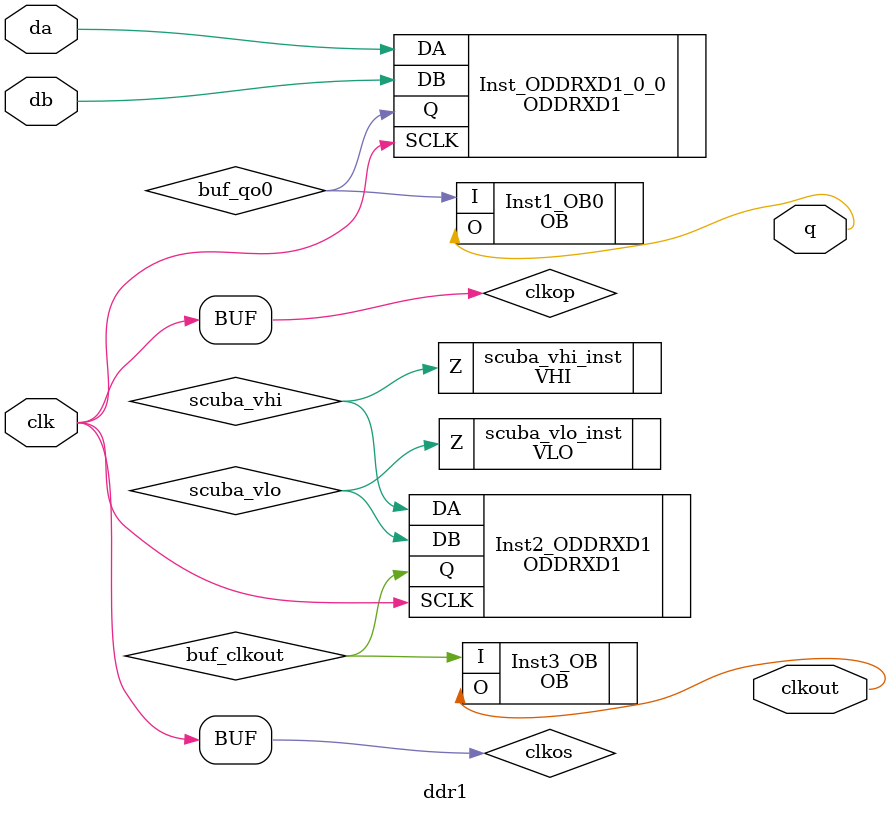
<source format=v>
/* Verilog netlist generated by SCUBA Diamond_1.4_Production (87) */
/* Module Version: 5.2 */
/* C:\lscc\diamond\1.4\ispfpga\bin\nt\scuba.exe -w -n ddr1 -lang verilog -synth synplify -bus_exp 7 -bb -arch ep5c00 -type iol -mode out -io_type LVCMOS33 -width 1 -freq_in 100 -gear 1 -clk sclk -aligned -e  */
/* Mon Nov 26 15:13:25 2012 */


`timescale 1 ns / 1 ps
module ddr1 (clk, clkout, da, db, q)/* synthesis syn_noprune=1 */;// exemplar attribute ddr1 dont_touch true 
    input wire clk;
    input wire [0:0] da;
    input wire [0:0] db;
    output wire clkout;
    output wire [0:0] q;

    wire buf_clkout;
    wire scuba_vlo;
    wire scuba_vhi;
    wire clkos;
    wire clkop;
    wire buf_qo0;

    OB Inst3_OB (.I(buf_clkout), .O(clkout))
             /* synthesis IO_TYPE="LVCMOS33" */;

    ODDRXD1 Inst_ODDRXD1_0_0 (.DA(da[0]), .DB(db[0]), .SCLK(clkop), .Q(buf_qo0))
             /* synthesis ODDRAPPS="SCLK_ALIGNED" */;

    VLO scuba_vlo_inst (.Z(scuba_vlo));

    VHI scuba_vhi_inst (.Z(scuba_vhi));

    ODDRXD1 Inst2_ODDRXD1 (.DA(scuba_vhi), .DB(scuba_vlo), .SCLK(clkos), 
        .Q(buf_clkout))
             /* synthesis ODDRAPPS="SCLK_ALIGNED" */;

    OB Inst1_OB0 (.I(buf_qo0), .O(q[0]))
             /* synthesis IO_TYPE="LVCMOS33" */;

    assign clkos = clk;
    assign clkop = clk;


    // exemplar begin
    // exemplar attribute Inst3_OB IO_TYPE LVCMOS33
    // exemplar attribute Inst_ODDRXD1_0_0 ODDRAPPS SCLK_ALIGNED
    // exemplar attribute Inst2_ODDRXD1 ODDRAPPS SCLK_ALIGNED
    // exemplar attribute Inst1_OB0 IO_TYPE LVCMOS33
    // exemplar end

endmodule

</source>
